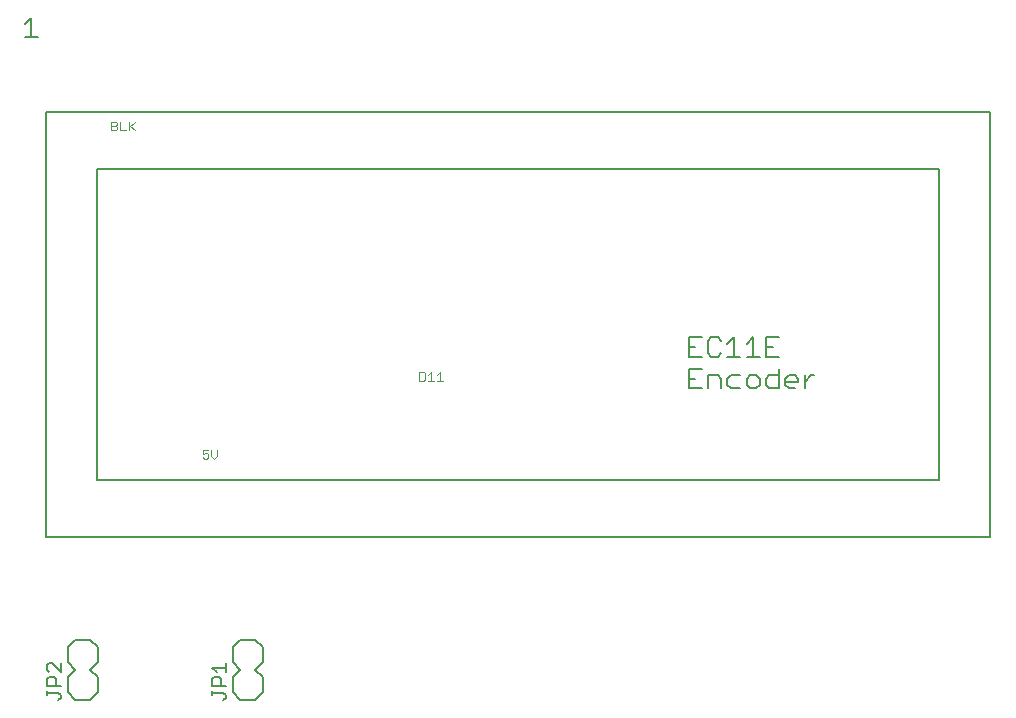
<source format=gbr>
G04 EAGLE Gerber RS-274X export*
G75*
%MOMM*%
%FSLAX34Y34*%
%LPD*%
%INSilkscreen Top*%
%IPPOS*%
%AMOC8*
5,1,8,0,0,1.08239X$1,22.5*%
G01*
%ADD10C,0.076200*%
%ADD11C,0.152400*%
%ADD12C,0.203200*%
%ADD13C,0.127000*%


D10*
X233234Y325662D02*
X228319Y325662D01*
X228319Y321976D01*
X230776Y323205D01*
X232005Y323205D01*
X233234Y321976D01*
X233234Y319519D01*
X232005Y318290D01*
X229548Y318290D01*
X228319Y319519D01*
X235803Y320747D02*
X235803Y325662D01*
X235803Y320747D02*
X238261Y318290D01*
X240718Y320747D01*
X240718Y325662D01*
X150893Y596399D02*
X150893Y603771D01*
X154579Y603771D01*
X155808Y602542D01*
X155808Y601314D01*
X154579Y600085D01*
X155808Y598856D01*
X155808Y597627D01*
X154579Y596399D01*
X150893Y596399D01*
X150893Y600085D02*
X154579Y600085D01*
X158377Y603771D02*
X158377Y596399D01*
X163292Y596399D01*
X165861Y596399D02*
X165861Y603771D01*
X165861Y598856D02*
X170776Y603771D01*
X167090Y600085D02*
X170776Y596399D01*
X411715Y391865D02*
X411715Y384492D01*
X415402Y384492D01*
X416630Y385721D01*
X416630Y390636D01*
X415402Y391865D01*
X411715Y391865D01*
X419200Y389407D02*
X421657Y391865D01*
X421657Y384492D01*
X419200Y384492D02*
X424114Y384492D01*
X426684Y389407D02*
X429141Y391865D01*
X429141Y384492D01*
X426684Y384492D02*
X431599Y384492D01*
D11*
X639892Y421011D02*
X650738Y421011D01*
X639892Y421011D02*
X639892Y404741D01*
X650738Y404741D01*
X645315Y412876D02*
X639892Y412876D01*
X664398Y421011D02*
X667110Y418299D01*
X664398Y421011D02*
X658975Y421011D01*
X656263Y418299D01*
X656263Y407452D01*
X658975Y404741D01*
X664398Y404741D01*
X667110Y407452D01*
X672635Y415587D02*
X678058Y421011D01*
X678058Y404741D01*
X672635Y404741D02*
X683481Y404741D01*
X689006Y415587D02*
X694430Y421011D01*
X694430Y404741D01*
X699853Y404741D02*
X689006Y404741D01*
X705378Y421011D02*
X716224Y421011D01*
X705378Y421011D02*
X705378Y404741D01*
X716224Y404741D01*
X710801Y412876D02*
X705378Y412876D01*
X650738Y394341D02*
X639892Y394341D01*
X639892Y378071D01*
X650738Y378071D01*
X645315Y386206D02*
X639892Y386206D01*
X656263Y388917D02*
X656263Y378071D01*
X656263Y388917D02*
X664398Y388917D01*
X667110Y386206D01*
X667110Y378071D01*
X675346Y388917D02*
X683481Y388917D01*
X675346Y388917D02*
X672635Y386206D01*
X672635Y380782D01*
X675346Y378071D01*
X683481Y378071D01*
X691718Y378071D02*
X697141Y378071D01*
X699853Y380782D01*
X699853Y386206D01*
X697141Y388917D01*
X691718Y388917D01*
X689006Y386206D01*
X689006Y380782D01*
X691718Y378071D01*
X716224Y378071D02*
X716224Y394341D01*
X716224Y378071D02*
X708089Y378071D01*
X705378Y380782D01*
X705378Y386206D01*
X708089Y388917D01*
X716224Y388917D01*
X724461Y378071D02*
X729884Y378071D01*
X724461Y378071D02*
X721749Y380782D01*
X721749Y386206D01*
X724461Y388917D01*
X729884Y388917D01*
X732596Y386206D01*
X732596Y383494D01*
X721749Y383494D01*
X738121Y378071D02*
X738121Y388917D01*
X738121Y383494D02*
X743544Y388917D01*
X746256Y388917D01*
X83402Y691473D02*
X77979Y686050D01*
X83402Y691473D02*
X83402Y675203D01*
X77979Y675203D02*
X88825Y675203D01*
D12*
X95300Y611800D02*
X895300Y611800D01*
X895300Y251800D01*
X95300Y251800D01*
X95300Y611800D01*
X138800Y563300D02*
X851800Y563300D01*
X851800Y300300D01*
X138800Y300300D01*
X138800Y563300D01*
X254000Y133350D02*
X254000Y120650D01*
X254000Y133350D02*
X260350Y139700D01*
X273050Y139700D02*
X279400Y133350D01*
X260350Y139700D02*
X254000Y146050D01*
X254000Y158750D01*
X260350Y165100D01*
X273050Y165100D02*
X279400Y158750D01*
X279400Y146050D01*
X273050Y139700D01*
X273050Y114300D02*
X260350Y114300D01*
X254000Y120650D01*
X273050Y114300D02*
X279400Y120650D01*
X279400Y133350D01*
X273050Y165100D02*
X260350Y165100D01*
D13*
X247777Y116080D02*
X245870Y114173D01*
X247777Y116080D02*
X247777Y117986D01*
X245870Y119893D01*
X236337Y119893D01*
X236337Y117986D02*
X236337Y121800D01*
X236337Y125867D02*
X247777Y125867D01*
X236337Y125867D02*
X236337Y131587D01*
X238244Y133493D01*
X242057Y133493D01*
X243964Y131587D01*
X243964Y125867D01*
X240151Y137561D02*
X236337Y141374D01*
X247777Y141374D01*
X247777Y137561D02*
X247777Y145187D01*
D12*
X114300Y133350D02*
X114300Y120650D01*
X114300Y133350D02*
X120650Y139700D01*
X133350Y139700D02*
X139700Y133350D01*
X120650Y139700D02*
X114300Y146050D01*
X114300Y158750D01*
X120650Y165100D01*
X133350Y165100D02*
X139700Y158750D01*
X139700Y146050D01*
X133350Y139700D01*
X133350Y114300D02*
X120650Y114300D01*
X114300Y120650D01*
X133350Y114300D02*
X139700Y120650D01*
X139700Y133350D01*
X133350Y165100D02*
X120650Y165100D01*
D13*
X108077Y116080D02*
X106170Y114173D01*
X108077Y116080D02*
X108077Y117986D01*
X106170Y119893D01*
X96637Y119893D01*
X96637Y117986D02*
X96637Y121800D01*
X96637Y125867D02*
X108077Y125867D01*
X96637Y125867D02*
X96637Y131587D01*
X98544Y133493D01*
X102357Y133493D01*
X104264Y131587D01*
X104264Y125867D01*
X108077Y137561D02*
X108077Y145187D01*
X108077Y137561D02*
X100451Y145187D01*
X98544Y145187D01*
X96637Y143281D01*
X96637Y139468D01*
X98544Y137561D01*
M02*

</source>
